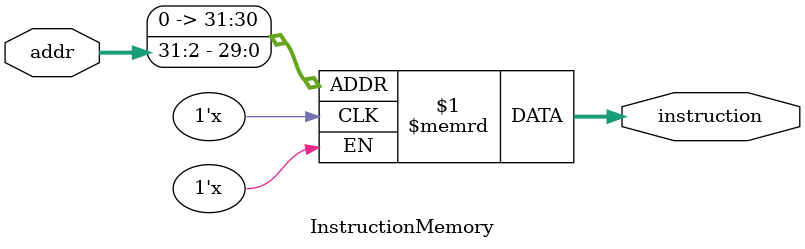
<source format=v>
`timescale 1ns / 1ps



module InstructionMemory(input [31:0] addr, output [31:0] instruction);
    reg [31:0] memory [0:255];
    assign instruction = memory[addr >> 2]; 
endmodule


</source>
